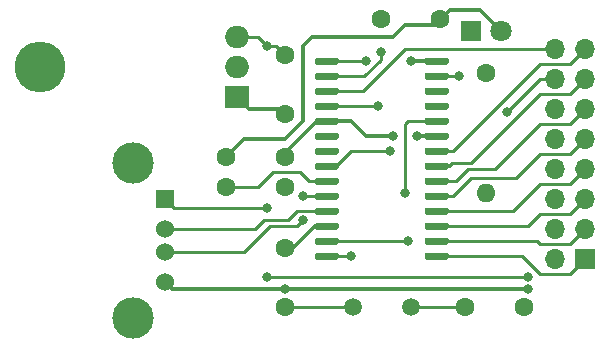
<source format=gbr>
G04 #@! TF.GenerationSoftware,KiCad,Pcbnew,(5.1.8)-1*
G04 #@! TF.CreationDate,2023-02-17T13:18:16-07:00*
G04 #@! TF.ProjectId,CH376S Module,43483337-3653-4204-9d6f-64756c652e6b,rev?*
G04 #@! TF.SameCoordinates,Original*
G04 #@! TF.FileFunction,Copper,L1,Top*
G04 #@! TF.FilePolarity,Positive*
%FSLAX46Y46*%
G04 Gerber Fmt 4.6, Leading zero omitted, Abs format (unit mm)*
G04 Created by KiCad (PCBNEW (5.1.8)-1) date 2023-02-17 13:18:16*
%MOMM*%
%LPD*%
G01*
G04 APERTURE LIST*
G04 #@! TA.AperFunction,ComponentPad*
%ADD10O,2.000000X1.905000*%
G04 #@! TD*
G04 #@! TA.AperFunction,ComponentPad*
%ADD11R,2.000000X1.905000*%
G04 #@! TD*
G04 #@! TA.AperFunction,ComponentPad*
%ADD12O,4.318000X4.318000*%
G04 #@! TD*
G04 #@! TA.AperFunction,ComponentPad*
%ADD13C,1.600000*%
G04 #@! TD*
G04 #@! TA.AperFunction,ComponentPad*
%ADD14C,1.524000*%
G04 #@! TD*
G04 #@! TA.AperFunction,ComponentPad*
%ADD15R,1.524000X1.524000*%
G04 #@! TD*
G04 #@! TA.AperFunction,ComponentPad*
%ADD16C,3.500000*%
G04 #@! TD*
G04 #@! TA.AperFunction,ComponentPad*
%ADD17C,1.500000*%
G04 #@! TD*
G04 #@! TA.AperFunction,ComponentPad*
%ADD18O,1.600000X1.600000*%
G04 #@! TD*
G04 #@! TA.AperFunction,ComponentPad*
%ADD19O,1.700000X1.700000*%
G04 #@! TD*
G04 #@! TA.AperFunction,ComponentPad*
%ADD20R,1.700000X1.700000*%
G04 #@! TD*
G04 #@! TA.AperFunction,ComponentPad*
%ADD21C,1.800000*%
G04 #@! TD*
G04 #@! TA.AperFunction,ComponentPad*
%ADD22R,1.800000X1.800000*%
G04 #@! TD*
G04 #@! TA.AperFunction,ViaPad*
%ADD23C,0.800000*%
G04 #@! TD*
G04 #@! TA.AperFunction,Conductor*
%ADD24C,0.330200*%
G04 #@! TD*
G04 #@! TA.AperFunction,Conductor*
%ADD25C,0.250000*%
G04 #@! TD*
G04 APERTURE END LIST*
D10*
G04 #@! TO.P,U2,3*
G04 #@! TO.N,/5+*
X143764000Y-87122000D03*
G04 #@! TO.P,U2,2*
G04 #@! TO.N,/3v3*
X143764000Y-89662000D03*
D11*
G04 #@! TO.P,U2,1*
G04 #@! TO.N,/GND*
X143764000Y-92202000D03*
D12*
G04 #@! TO.P,U2,*
G04 #@! TO.N,*
X127104000Y-89662000D03*
G04 #@! TD*
D13*
G04 #@! TO.P,C5,2*
G04 #@! TO.N,/GND*
X147828000Y-104982000D03*
G04 #@! TO.P,C5,1*
G04 #@! TO.N,/XO*
X147828000Y-109982000D03*
G04 #@! TD*
G04 #@! TO.P,C4,2*
G04 #@! TO.N,/GND*
X168068000Y-109982000D03*
G04 #@! TO.P,C4,1*
G04 #@! TO.N,/XI*
X163068000Y-109982000D03*
G04 #@! TD*
G04 #@! TO.P,C2,2*
G04 #@! TO.N,/GND*
X147828000Y-99822000D03*
G04 #@! TO.P,C2,1*
G04 #@! TO.N,/PIN_9*
X142828000Y-99822000D03*
G04 #@! TD*
G04 #@! TO.P,C1,2*
G04 #@! TO.N,/RST*
X155956000Y-85598000D03*
G04 #@! TO.P,C1,1*
G04 #@! TO.N,/3v3*
X160956000Y-85598000D03*
G04 #@! TD*
D14*
G04 #@! TO.P,USB1,4*
G04 #@! TO.N,/GND*
X137668000Y-107838000D03*
G04 #@! TO.P,USB1,3*
G04 #@! TO.N,/D+*
X137668000Y-105338000D03*
G04 #@! TO.P,USB1,2*
G04 #@! TO.N,/D-*
X137668000Y-103338000D03*
D15*
G04 #@! TO.P,USB1,1*
G04 #@! TO.N,/5+*
X137668000Y-100838000D03*
D16*
G04 #@! TO.P,USB1,5*
G04 #@! TO.N,N/C*
X134958000Y-97768000D03*
X134958000Y-110908000D03*
G04 #@! TD*
D17*
G04 #@! TO.P,Y2,2*
G04 #@! TO.N,/XO*
X153596000Y-109982000D03*
G04 #@! TO.P,Y2,1*
G04 #@! TO.N,/XI*
X158496000Y-109982000D03*
G04 #@! TD*
G04 #@! TO.P,U1,28*
G04 #@! TO.N,/3v3*
G04 #@! TA.AperFunction,SMDPad,CuDef*
G36*
G01*
X159659000Y-89304000D02*
X159659000Y-89004000D01*
G75*
G02*
X159809000Y-88854000I150000J0D01*
G01*
X161559000Y-88854000D01*
G75*
G02*
X161709000Y-89004000I0J-150000D01*
G01*
X161709000Y-89304000D01*
G75*
G02*
X161559000Y-89454000I-150000J0D01*
G01*
X159809000Y-89454000D01*
G75*
G02*
X159659000Y-89304000I0J150000D01*
G01*
G37*
G04 #@! TD.AperFunction*
G04 #@! TO.P,U1,27*
G04 #@! TO.N,/CS*
G04 #@! TA.AperFunction,SMDPad,CuDef*
G36*
G01*
X159659000Y-90574000D02*
X159659000Y-90274000D01*
G75*
G02*
X159809000Y-90124000I150000J0D01*
G01*
X161559000Y-90124000D01*
G75*
G02*
X161709000Y-90274000I0J-150000D01*
G01*
X161709000Y-90574000D01*
G75*
G02*
X161559000Y-90724000I-150000J0D01*
G01*
X159809000Y-90724000D01*
G75*
G02*
X159659000Y-90574000I0J150000D01*
G01*
G37*
G04 #@! TD.AperFunction*
G04 #@! TO.P,U1,26*
G04 #@! TO.N,Net-(U1-Pad26)*
G04 #@! TA.AperFunction,SMDPad,CuDef*
G36*
G01*
X159659000Y-91844000D02*
X159659000Y-91544000D01*
G75*
G02*
X159809000Y-91394000I150000J0D01*
G01*
X161559000Y-91394000D01*
G75*
G02*
X161709000Y-91544000I0J-150000D01*
G01*
X161709000Y-91844000D01*
G75*
G02*
X161559000Y-91994000I-150000J0D01*
G01*
X159809000Y-91994000D01*
G75*
G02*
X159659000Y-91844000I0J150000D01*
G01*
G37*
G04 #@! TD.AperFunction*
G04 #@! TO.P,U1,25*
G04 #@! TO.N,Net-(U1-Pad25)*
G04 #@! TA.AperFunction,SMDPad,CuDef*
G36*
G01*
X159659000Y-93114000D02*
X159659000Y-92814000D01*
G75*
G02*
X159809000Y-92664000I150000J0D01*
G01*
X161559000Y-92664000D01*
G75*
G02*
X161709000Y-92814000I0J-150000D01*
G01*
X161709000Y-93114000D01*
G75*
G02*
X161559000Y-93264000I-150000J0D01*
G01*
X159809000Y-93264000D01*
G75*
G02*
X159659000Y-93114000I0J150000D01*
G01*
G37*
G04 #@! TD.AperFunction*
G04 #@! TO.P,U1,24*
G04 #@! TO.N,/LED_PIN*
G04 #@! TA.AperFunction,SMDPad,CuDef*
G36*
G01*
X159659000Y-94384000D02*
X159659000Y-94084000D01*
G75*
G02*
X159809000Y-93934000I150000J0D01*
G01*
X161559000Y-93934000D01*
G75*
G02*
X161709000Y-94084000I0J-150000D01*
G01*
X161709000Y-94384000D01*
G75*
G02*
X161559000Y-94534000I-150000J0D01*
G01*
X159809000Y-94534000D01*
G75*
G02*
X159659000Y-94384000I0J150000D01*
G01*
G37*
G04 #@! TD.AperFunction*
G04 #@! TO.P,U1,23*
G04 #@! TO.N,/GND*
G04 #@! TA.AperFunction,SMDPad,CuDef*
G36*
G01*
X159659000Y-95654000D02*
X159659000Y-95354000D01*
G75*
G02*
X159809000Y-95204000I150000J0D01*
G01*
X161559000Y-95204000D01*
G75*
G02*
X161709000Y-95354000I0J-150000D01*
G01*
X161709000Y-95654000D01*
G75*
G02*
X161559000Y-95804000I-150000J0D01*
G01*
X159809000Y-95804000D01*
G75*
G02*
X159659000Y-95654000I0J150000D01*
G01*
G37*
G04 #@! TD.AperFunction*
G04 #@! TO.P,U1,22*
G04 #@! TO.N,/D7*
G04 #@! TA.AperFunction,SMDPad,CuDef*
G36*
G01*
X159659000Y-96924000D02*
X159659000Y-96624000D01*
G75*
G02*
X159809000Y-96474000I150000J0D01*
G01*
X161559000Y-96474000D01*
G75*
G02*
X161709000Y-96624000I0J-150000D01*
G01*
X161709000Y-96924000D01*
G75*
G02*
X161559000Y-97074000I-150000J0D01*
G01*
X159809000Y-97074000D01*
G75*
G02*
X159659000Y-96924000I0J150000D01*
G01*
G37*
G04 #@! TD.AperFunction*
G04 #@! TO.P,U1,21*
G04 #@! TO.N,/D6*
G04 #@! TA.AperFunction,SMDPad,CuDef*
G36*
G01*
X159659000Y-98194000D02*
X159659000Y-97894000D01*
G75*
G02*
X159809000Y-97744000I150000J0D01*
G01*
X161559000Y-97744000D01*
G75*
G02*
X161709000Y-97894000I0J-150000D01*
G01*
X161709000Y-98194000D01*
G75*
G02*
X161559000Y-98344000I-150000J0D01*
G01*
X159809000Y-98344000D01*
G75*
G02*
X159659000Y-98194000I0J150000D01*
G01*
G37*
G04 #@! TD.AperFunction*
G04 #@! TO.P,U1,20*
G04 #@! TO.N,/D5*
G04 #@! TA.AperFunction,SMDPad,CuDef*
G36*
G01*
X159659000Y-99464000D02*
X159659000Y-99164000D01*
G75*
G02*
X159809000Y-99014000I150000J0D01*
G01*
X161559000Y-99014000D01*
G75*
G02*
X161709000Y-99164000I0J-150000D01*
G01*
X161709000Y-99464000D01*
G75*
G02*
X161559000Y-99614000I-150000J0D01*
G01*
X159809000Y-99614000D01*
G75*
G02*
X159659000Y-99464000I0J150000D01*
G01*
G37*
G04 #@! TD.AperFunction*
G04 #@! TO.P,U1,19*
G04 #@! TO.N,/D4*
G04 #@! TA.AperFunction,SMDPad,CuDef*
G36*
G01*
X159659000Y-100734000D02*
X159659000Y-100434000D01*
G75*
G02*
X159809000Y-100284000I150000J0D01*
G01*
X161559000Y-100284000D01*
G75*
G02*
X161709000Y-100434000I0J-150000D01*
G01*
X161709000Y-100734000D01*
G75*
G02*
X161559000Y-100884000I-150000J0D01*
G01*
X159809000Y-100884000D01*
G75*
G02*
X159659000Y-100734000I0J150000D01*
G01*
G37*
G04 #@! TD.AperFunction*
G04 #@! TO.P,U1,18*
G04 #@! TO.N,/D3*
G04 #@! TA.AperFunction,SMDPad,CuDef*
G36*
G01*
X159659000Y-102004000D02*
X159659000Y-101704000D01*
G75*
G02*
X159809000Y-101554000I150000J0D01*
G01*
X161559000Y-101554000D01*
G75*
G02*
X161709000Y-101704000I0J-150000D01*
G01*
X161709000Y-102004000D01*
G75*
G02*
X161559000Y-102154000I-150000J0D01*
G01*
X159809000Y-102154000D01*
G75*
G02*
X159659000Y-102004000I0J150000D01*
G01*
G37*
G04 #@! TD.AperFunction*
G04 #@! TO.P,U1,17*
G04 #@! TO.N,/D2*
G04 #@! TA.AperFunction,SMDPad,CuDef*
G36*
G01*
X159659000Y-103274000D02*
X159659000Y-102974000D01*
G75*
G02*
X159809000Y-102824000I150000J0D01*
G01*
X161559000Y-102824000D01*
G75*
G02*
X161709000Y-102974000I0J-150000D01*
G01*
X161709000Y-103274000D01*
G75*
G02*
X161559000Y-103424000I-150000J0D01*
G01*
X159809000Y-103424000D01*
G75*
G02*
X159659000Y-103274000I0J150000D01*
G01*
G37*
G04 #@! TD.AperFunction*
G04 #@! TO.P,U1,16*
G04 #@! TO.N,/D1*
G04 #@! TA.AperFunction,SMDPad,CuDef*
G36*
G01*
X159659000Y-104544000D02*
X159659000Y-104244000D01*
G75*
G02*
X159809000Y-104094000I150000J0D01*
G01*
X161559000Y-104094000D01*
G75*
G02*
X161709000Y-104244000I0J-150000D01*
G01*
X161709000Y-104544000D01*
G75*
G02*
X161559000Y-104694000I-150000J0D01*
G01*
X159809000Y-104694000D01*
G75*
G02*
X159659000Y-104544000I0J150000D01*
G01*
G37*
G04 #@! TD.AperFunction*
G04 #@! TO.P,U1,15*
G04 #@! TO.N,/D0*
G04 #@! TA.AperFunction,SMDPad,CuDef*
G36*
G01*
X159659000Y-105814000D02*
X159659000Y-105514000D01*
G75*
G02*
X159809000Y-105364000I150000J0D01*
G01*
X161559000Y-105364000D01*
G75*
G02*
X161709000Y-105514000I0J-150000D01*
G01*
X161709000Y-105814000D01*
G75*
G02*
X161559000Y-105964000I-150000J0D01*
G01*
X159809000Y-105964000D01*
G75*
G02*
X159659000Y-105814000I0J150000D01*
G01*
G37*
G04 #@! TD.AperFunction*
G04 #@! TO.P,U1,14*
G04 #@! TO.N,/XO*
G04 #@! TA.AperFunction,SMDPad,CuDef*
G36*
G01*
X150359000Y-105814000D02*
X150359000Y-105514000D01*
G75*
G02*
X150509000Y-105364000I150000J0D01*
G01*
X152259000Y-105364000D01*
G75*
G02*
X152409000Y-105514000I0J-150000D01*
G01*
X152409000Y-105814000D01*
G75*
G02*
X152259000Y-105964000I-150000J0D01*
G01*
X150509000Y-105964000D01*
G75*
G02*
X150359000Y-105814000I0J150000D01*
G01*
G37*
G04 #@! TD.AperFunction*
G04 #@! TO.P,U1,13*
G04 #@! TO.N,/XI*
G04 #@! TA.AperFunction,SMDPad,CuDef*
G36*
G01*
X150359000Y-104544000D02*
X150359000Y-104244000D01*
G75*
G02*
X150509000Y-104094000I150000J0D01*
G01*
X152259000Y-104094000D01*
G75*
G02*
X152409000Y-104244000I0J-150000D01*
G01*
X152409000Y-104544000D01*
G75*
G02*
X152259000Y-104694000I-150000J0D01*
G01*
X150509000Y-104694000D01*
G75*
G02*
X150359000Y-104544000I0J150000D01*
G01*
G37*
G04 #@! TD.AperFunction*
G04 #@! TO.P,U1,12*
G04 #@! TO.N,/GND*
G04 #@! TA.AperFunction,SMDPad,CuDef*
G36*
G01*
X150359000Y-103274000D02*
X150359000Y-102974000D01*
G75*
G02*
X150509000Y-102824000I150000J0D01*
G01*
X152259000Y-102824000D01*
G75*
G02*
X152409000Y-102974000I0J-150000D01*
G01*
X152409000Y-103274000D01*
G75*
G02*
X152259000Y-103424000I-150000J0D01*
G01*
X150509000Y-103424000D01*
G75*
G02*
X150359000Y-103274000I0J150000D01*
G01*
G37*
G04 #@! TD.AperFunction*
G04 #@! TO.P,U1,11*
G04 #@! TO.N,/D-*
G04 #@! TA.AperFunction,SMDPad,CuDef*
G36*
G01*
X150359000Y-102004000D02*
X150359000Y-101704000D01*
G75*
G02*
X150509000Y-101554000I150000J0D01*
G01*
X152259000Y-101554000D01*
G75*
G02*
X152409000Y-101704000I0J-150000D01*
G01*
X152409000Y-102004000D01*
G75*
G02*
X152259000Y-102154000I-150000J0D01*
G01*
X150509000Y-102154000D01*
G75*
G02*
X150359000Y-102004000I0J150000D01*
G01*
G37*
G04 #@! TD.AperFunction*
G04 #@! TO.P,U1,10*
G04 #@! TO.N,/D+*
G04 #@! TA.AperFunction,SMDPad,CuDef*
G36*
G01*
X150359000Y-100734000D02*
X150359000Y-100434000D01*
G75*
G02*
X150509000Y-100284000I150000J0D01*
G01*
X152259000Y-100284000D01*
G75*
G02*
X152409000Y-100434000I0J-150000D01*
G01*
X152409000Y-100734000D01*
G75*
G02*
X152259000Y-100884000I-150000J0D01*
G01*
X150509000Y-100884000D01*
G75*
G02*
X150359000Y-100734000I0J150000D01*
G01*
G37*
G04 #@! TD.AperFunction*
G04 #@! TO.P,U1,9*
G04 #@! TO.N,/PIN_9*
G04 #@! TA.AperFunction,SMDPad,CuDef*
G36*
G01*
X150359000Y-99464000D02*
X150359000Y-99164000D01*
G75*
G02*
X150509000Y-99014000I150000J0D01*
G01*
X152259000Y-99014000D01*
G75*
G02*
X152409000Y-99164000I0J-150000D01*
G01*
X152409000Y-99464000D01*
G75*
G02*
X152259000Y-99614000I-150000J0D01*
G01*
X150509000Y-99614000D01*
G75*
G02*
X150359000Y-99464000I0J150000D01*
G01*
G37*
G04 #@! TD.AperFunction*
G04 #@! TO.P,U1,8*
G04 #@! TO.N,/A0*
G04 #@! TA.AperFunction,SMDPad,CuDef*
G36*
G01*
X150359000Y-98194000D02*
X150359000Y-97894000D01*
G75*
G02*
X150509000Y-97744000I150000J0D01*
G01*
X152259000Y-97744000D01*
G75*
G02*
X152409000Y-97894000I0J-150000D01*
G01*
X152409000Y-98194000D01*
G75*
G02*
X152259000Y-98344000I-150000J0D01*
G01*
X150509000Y-98344000D01*
G75*
G02*
X150359000Y-98194000I0J150000D01*
G01*
G37*
G04 #@! TD.AperFunction*
G04 #@! TO.P,U1,7*
G04 #@! TO.N,Net-(U1-Pad7)*
G04 #@! TA.AperFunction,SMDPad,CuDef*
G36*
G01*
X150359000Y-96924000D02*
X150359000Y-96624000D01*
G75*
G02*
X150509000Y-96474000I150000J0D01*
G01*
X152259000Y-96474000D01*
G75*
G02*
X152409000Y-96624000I0J-150000D01*
G01*
X152409000Y-96924000D01*
G75*
G02*
X152259000Y-97074000I-150000J0D01*
G01*
X150509000Y-97074000D01*
G75*
G02*
X150359000Y-96924000I0J150000D01*
G01*
G37*
G04 #@! TD.AperFunction*
G04 #@! TO.P,U1,6*
G04 #@! TO.N,Net-(U1-Pad6)*
G04 #@! TA.AperFunction,SMDPad,CuDef*
G36*
G01*
X150359000Y-95654000D02*
X150359000Y-95354000D01*
G75*
G02*
X150509000Y-95204000I150000J0D01*
G01*
X152259000Y-95204000D01*
G75*
G02*
X152409000Y-95354000I0J-150000D01*
G01*
X152409000Y-95654000D01*
G75*
G02*
X152259000Y-95804000I-150000J0D01*
G01*
X150509000Y-95804000D01*
G75*
G02*
X150359000Y-95654000I0J150000D01*
G01*
G37*
G04 #@! TD.AperFunction*
G04 #@! TO.P,U1,5*
G04 #@! TO.N,/GND*
G04 #@! TA.AperFunction,SMDPad,CuDef*
G36*
G01*
X150359000Y-94384000D02*
X150359000Y-94084000D01*
G75*
G02*
X150509000Y-93934000I150000J0D01*
G01*
X152259000Y-93934000D01*
G75*
G02*
X152409000Y-94084000I0J-150000D01*
G01*
X152409000Y-94384000D01*
G75*
G02*
X152259000Y-94534000I-150000J0D01*
G01*
X150509000Y-94534000D01*
G75*
G02*
X150359000Y-94384000I0J150000D01*
G01*
G37*
G04 #@! TD.AperFunction*
G04 #@! TO.P,U1,4*
G04 #@! TO.N,/RD*
G04 #@! TA.AperFunction,SMDPad,CuDef*
G36*
G01*
X150359000Y-93114000D02*
X150359000Y-92814000D01*
G75*
G02*
X150509000Y-92664000I150000J0D01*
G01*
X152259000Y-92664000D01*
G75*
G02*
X152409000Y-92814000I0J-150000D01*
G01*
X152409000Y-93114000D01*
G75*
G02*
X152259000Y-93264000I-150000J0D01*
G01*
X150509000Y-93264000D01*
G75*
G02*
X150359000Y-93114000I0J150000D01*
G01*
G37*
G04 #@! TD.AperFunction*
G04 #@! TO.P,U1,3*
G04 #@! TO.N,/WR*
G04 #@! TA.AperFunction,SMDPad,CuDef*
G36*
G01*
X150359000Y-91844000D02*
X150359000Y-91544000D01*
G75*
G02*
X150509000Y-91394000I150000J0D01*
G01*
X152259000Y-91394000D01*
G75*
G02*
X152409000Y-91544000I0J-150000D01*
G01*
X152409000Y-91844000D01*
G75*
G02*
X152259000Y-91994000I-150000J0D01*
G01*
X150509000Y-91994000D01*
G75*
G02*
X150359000Y-91844000I0J150000D01*
G01*
G37*
G04 #@! TD.AperFunction*
G04 #@! TO.P,U1,2*
G04 #@! TO.N,/RST*
G04 #@! TA.AperFunction,SMDPad,CuDef*
G36*
G01*
X150359000Y-90574000D02*
X150359000Y-90274000D01*
G75*
G02*
X150509000Y-90124000I150000J0D01*
G01*
X152259000Y-90124000D01*
G75*
G02*
X152409000Y-90274000I0J-150000D01*
G01*
X152409000Y-90574000D01*
G75*
G02*
X152259000Y-90724000I-150000J0D01*
G01*
X150509000Y-90724000D01*
G75*
G02*
X150359000Y-90574000I0J150000D01*
G01*
G37*
G04 #@! TD.AperFunction*
G04 #@! TO.P,U1,1*
G04 #@! TO.N,/INT*
G04 #@! TA.AperFunction,SMDPad,CuDef*
G36*
G01*
X150359000Y-89304000D02*
X150359000Y-89004000D01*
G75*
G02*
X150509000Y-88854000I150000J0D01*
G01*
X152259000Y-88854000D01*
G75*
G02*
X152409000Y-89004000I0J-150000D01*
G01*
X152409000Y-89304000D01*
G75*
G02*
X152259000Y-89454000I-150000J0D01*
G01*
X150509000Y-89454000D01*
G75*
G02*
X150359000Y-89304000I0J150000D01*
G01*
G37*
G04 #@! TD.AperFunction*
G04 #@! TD*
D18*
G04 #@! TO.P,R2,2*
G04 #@! TO.N,/LED_PIN*
X164846000Y-100330000D03*
D13*
G04 #@! TO.P,R2,1*
G04 #@! TO.N,/LED*
X164846000Y-90170000D03*
G04 #@! TD*
D19*
G04 #@! TO.P,P1,16*
G04 #@! TO.N,/WR*
X170688000Y-88138000D03*
G04 #@! TO.P,P1,15*
G04 #@! TO.N,/D7*
X173228000Y-88138000D03*
G04 #@! TO.P,P1,14*
G04 #@! TO.N,/RD*
X170688000Y-90678000D03*
G04 #@! TO.P,P1,13*
G04 #@! TO.N,/D6*
X173228000Y-90678000D03*
G04 #@! TO.P,P1,12*
G04 #@! TO.N,/CS*
X170688000Y-93218000D03*
G04 #@! TO.P,P1,11*
G04 #@! TO.N,/D5*
X173228000Y-93218000D03*
G04 #@! TO.P,P1,10*
G04 #@! TO.N,/A0*
X170688000Y-95758000D03*
G04 #@! TO.P,P1,9*
G04 #@! TO.N,/D4*
X173228000Y-95758000D03*
G04 #@! TO.P,P1,8*
G04 #@! TO.N,/INT*
X170688000Y-98298000D03*
G04 #@! TO.P,P1,7*
G04 #@! TO.N,/D3*
X173228000Y-98298000D03*
G04 #@! TO.P,P1,6*
G04 #@! TO.N,/5+*
X170688000Y-100838000D03*
G04 #@! TO.P,P1,5*
G04 #@! TO.N,/D2*
X173228000Y-100838000D03*
G04 #@! TO.P,P1,4*
G04 #@! TO.N,/GND*
X170688000Y-103378000D03*
G04 #@! TO.P,P1,3*
G04 #@! TO.N,/D1*
X173228000Y-103378000D03*
G04 #@! TO.P,P1,2*
G04 #@! TO.N,/GND*
X170688000Y-105918000D03*
D20*
G04 #@! TO.P,P1,1*
G04 #@! TO.N,/D0*
X173228000Y-105918000D03*
G04 #@! TD*
D21*
G04 #@! TO.P,D1,2*
G04 #@! TO.N,/3v3*
X166116000Y-86614000D03*
D22*
G04 #@! TO.P,D1,1*
G04 #@! TO.N,/LED*
X163576000Y-86614000D03*
G04 #@! TD*
D13*
G04 #@! TO.P,C7,2*
G04 #@! TO.N,/GND*
X147828000Y-97282000D03*
G04 #@! TO.P,C7,1*
G04 #@! TO.N,/3v3*
X142828000Y-97282000D03*
G04 #@! TD*
G04 #@! TO.P,C6,2*
G04 #@! TO.N,/GND*
X147828000Y-93646000D03*
G04 #@! TO.P,C6,1*
G04 #@! TO.N,/5+*
X147828000Y-88646000D03*
G04 #@! TD*
D23*
G04 #@! TO.N,/3v3*
X158496000Y-89154000D03*
G04 #@! TO.N,/CS*
X162560000Y-90424000D03*
G04 #@! TO.N,/LED_PIN*
X157988000Y-100330000D03*
G04 #@! TO.N,/GND*
X147828000Y-108458000D03*
X168402014Y-108458000D03*
X159004000Y-95504012D03*
X156971988Y-95504012D03*
G04 #@! TO.N,/D+*
X149352000Y-100584000D03*
X149352000Y-102616000D03*
G04 #@! TO.N,/A0*
X156718000Y-96774006D03*
G04 #@! TO.N,/RD*
X166624000Y-93472000D03*
X155702000Y-92964000D03*
G04 #@! TO.N,/INT*
X154686000Y-89154000D03*
G04 #@! TO.N,/5+*
X168402000Y-107442000D03*
X146304000Y-107442000D03*
X146304000Y-87884000D03*
X146304000Y-101600000D03*
G04 #@! TO.N,/XO*
X153416000Y-105664000D03*
G04 #@! TO.N,/XI*
X158242000Y-104394000D03*
G04 #@! TO.N,/RST*
X155956000Y-88392000D03*
G04 #@! TD*
D24*
G04 #@! TO.N,/3v3*
X158496000Y-89154000D02*
X160684000Y-89154000D01*
X160956000Y-85598000D02*
X161036000Y-85598000D01*
X161036000Y-85598000D02*
X161798000Y-84836000D01*
X164338000Y-84836000D02*
X166116000Y-86614000D01*
X161798000Y-84836000D02*
X164338000Y-84836000D01*
X160448000Y-86106000D02*
X160956000Y-85598000D01*
X157988000Y-86106000D02*
X160448000Y-86106000D01*
X156972000Y-87122000D02*
X157988000Y-86106000D01*
X150114000Y-87122000D02*
X156972000Y-87122000D01*
X149352000Y-87884000D02*
X150114000Y-87122000D01*
X147828014Y-95757986D02*
X149352000Y-94234000D01*
X144352014Y-95757986D02*
X147828014Y-95757986D01*
X149352000Y-94234000D02*
X149352000Y-87884000D01*
X142828000Y-97282000D02*
X144352014Y-95757986D01*
D25*
G04 #@! TO.N,/CS*
X162560000Y-90424000D02*
X160684000Y-90424000D01*
G04 #@! TO.N,/LED_PIN*
X158242000Y-94234000D02*
X157988000Y-94488000D01*
X160684000Y-94234000D02*
X158242000Y-94234000D01*
X157988000Y-94488000D02*
X157988000Y-100330000D01*
D24*
G04 #@! TO.N,/GND*
X147828000Y-93646000D02*
X147828000Y-93472000D01*
X147828000Y-93472000D02*
X147574000Y-93218000D01*
X144780000Y-93218000D02*
X143764000Y-92202000D01*
X147574000Y-93218000D02*
X144780000Y-93218000D01*
X148510000Y-104982000D02*
X147828000Y-104982000D01*
X150368000Y-103124000D02*
X148510000Y-104982000D01*
X151384000Y-103124000D02*
X150368000Y-103124000D01*
X138288000Y-108458000D02*
X147828000Y-108458000D01*
X137668000Y-107838000D02*
X138288000Y-108458000D01*
X147828000Y-108458000D02*
X168402014Y-108458000D01*
X147828000Y-96941616D02*
X147828000Y-97282000D01*
X150535616Y-94234000D02*
X147828000Y-96941616D01*
X151384000Y-94234000D02*
X150535616Y-94234000D01*
X151384000Y-94234000D02*
X153416000Y-94234000D01*
X159004012Y-95504000D02*
X159004000Y-95504012D01*
X160684000Y-95504000D02*
X159004012Y-95504000D01*
X153416000Y-94234000D02*
X154686012Y-95504012D01*
X154686012Y-95504012D02*
X156971988Y-95504012D01*
D25*
G04 #@! TO.N,/D7*
X160684000Y-96774000D02*
X162052000Y-96774000D01*
X162052000Y-96774000D02*
X169418000Y-89408000D01*
X171958000Y-89408000D02*
X173228000Y-88138000D01*
X169418000Y-89408000D02*
X171958000Y-89408000D01*
G04 #@! TO.N,/D6*
X161709000Y-98044000D02*
X160684000Y-98044000D01*
X163576000Y-97790000D02*
X161963000Y-97790000D01*
X169418000Y-91948000D02*
X163576000Y-97790000D01*
X171958000Y-91948000D02*
X169418000Y-91948000D01*
X161963000Y-97790000D02*
X161709000Y-98044000D01*
X173228000Y-90678000D02*
X171958000Y-91948000D01*
G04 #@! TO.N,/D5*
X169418000Y-94488000D02*
X171958000Y-94488000D01*
X171958000Y-94488000D02*
X173228000Y-93218000D01*
X163322000Y-98298000D02*
X165608000Y-98298000D01*
X162306000Y-99314000D02*
X163322000Y-98298000D01*
X165608000Y-98298000D02*
X169418000Y-94488000D01*
X160684000Y-99314000D02*
X162306000Y-99314000D01*
G04 #@! TO.N,/D4*
X160684000Y-100584000D02*
X162052000Y-100584000D01*
X162052000Y-100584000D02*
X163576000Y-99060000D01*
X163576000Y-99060000D02*
X167386000Y-99060000D01*
X167386000Y-99060000D02*
X169418000Y-97028000D01*
X171958000Y-97028000D02*
X173228000Y-95758000D01*
X169418000Y-97028000D02*
X171958000Y-97028000D01*
G04 #@! TO.N,/D3*
X171958000Y-99568000D02*
X173228000Y-98298000D01*
X169418000Y-99568000D02*
X171958000Y-99568000D01*
X167132000Y-101854000D02*
X169418000Y-99568000D01*
X160684000Y-101854000D02*
X167132000Y-101854000D01*
G04 #@! TO.N,/D2*
X169418000Y-102108000D02*
X168402000Y-103124000D01*
X168402000Y-103124000D02*
X160684000Y-103124000D01*
X171958000Y-102108000D02*
X169418000Y-102108000D01*
X173228000Y-100838000D02*
X171958000Y-102108000D01*
G04 #@! TO.N,/D1*
X169164000Y-104394000D02*
X160684000Y-104394000D01*
X169418000Y-104648000D02*
X169164000Y-104394000D01*
X171958000Y-104648000D02*
X169418000Y-104648000D01*
X173228000Y-103378000D02*
X171958000Y-104648000D01*
G04 #@! TO.N,/D0*
X167894000Y-105664000D02*
X160684000Y-105664000D01*
X169418000Y-107188000D02*
X167894000Y-105664000D01*
X171958000Y-107188000D02*
X169418000Y-107188000D01*
X173228000Y-105918000D02*
X171958000Y-107188000D01*
G04 #@! TO.N,/D-*
X145328000Y-103338000D02*
X137668000Y-103338000D01*
X146050000Y-102616000D02*
X145328000Y-103338000D01*
X148082000Y-102616000D02*
X146050000Y-102616000D01*
X148844000Y-101854000D02*
X148082000Y-102616000D01*
X151384000Y-101854000D02*
X148844000Y-101854000D01*
G04 #@! TO.N,/D+*
X149352000Y-100584000D02*
X151384000Y-100584000D01*
X146558000Y-103124000D02*
X148844000Y-103124000D01*
X137668000Y-105338000D02*
X144344000Y-105338000D01*
X144344000Y-105338000D02*
X146558000Y-103124000D01*
X148844000Y-103124000D02*
X149352000Y-102616000D01*
G04 #@! TO.N,/A0*
X153415994Y-96774006D02*
X156718000Y-96774006D01*
X152146000Y-98044000D02*
X153415994Y-96774006D01*
X151384000Y-98044000D02*
X152146000Y-98044000D01*
G04 #@! TO.N,/RD*
X170688000Y-90678000D02*
X169418000Y-90678000D01*
X169418000Y-90678000D02*
X166624000Y-93472000D01*
X151384000Y-92964000D02*
X155702000Y-92964000D01*
G04 #@! TO.N,/WR*
X154432000Y-91694000D02*
X151384000Y-91694000D01*
X157988000Y-88138000D02*
X154432000Y-91694000D01*
X170688000Y-88138000D02*
X157988000Y-88138000D01*
G04 #@! TO.N,/INT*
X151384000Y-89154000D02*
X154686000Y-89154000D01*
G04 #@! TO.N,/5+*
X168402000Y-107442000D02*
X146304000Y-107442000D01*
X145542000Y-87122000D02*
X146304000Y-87884000D01*
X143764000Y-87122000D02*
X145542000Y-87122000D01*
X147066000Y-87884000D02*
X147828000Y-88646000D01*
X146304000Y-87884000D02*
X147066000Y-87884000D01*
X138430000Y-101600000D02*
X137668000Y-100838000D01*
X146304000Y-101600000D02*
X138430000Y-101600000D01*
G04 #@! TO.N,/XO*
X151384000Y-105664000D02*
X153416000Y-105664000D01*
X153596000Y-109982000D02*
X147828000Y-109982000D01*
G04 #@! TO.N,/XI*
X151384000Y-104394000D02*
X158242000Y-104394000D01*
X158496000Y-109982000D02*
X163068000Y-109982000D01*
G04 #@! TO.N,/PIN_9*
X145542000Y-99822000D02*
X142828000Y-99822000D01*
X146812000Y-98552000D02*
X145542000Y-99822000D01*
X149098000Y-98552000D02*
X146812000Y-98552000D01*
X149860000Y-99314000D02*
X149098000Y-98552000D01*
X151384000Y-99314000D02*
X149860000Y-99314000D01*
G04 #@! TO.N,/RST*
X155956000Y-89027000D02*
X155956000Y-88392000D01*
X154559000Y-90424000D02*
X155956000Y-89027000D01*
X151384000Y-90424000D02*
X154559000Y-90424000D01*
G04 #@! TD*
M02*

</source>
